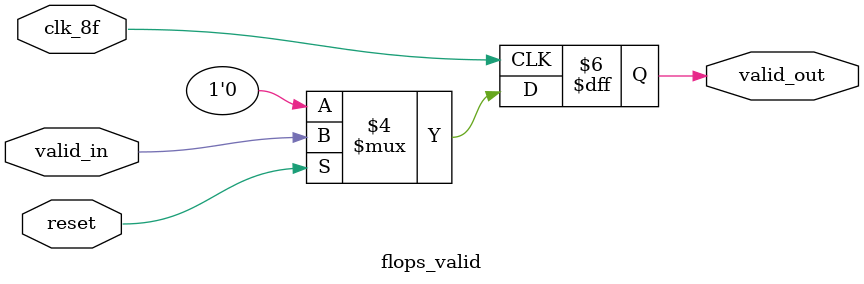
<source format=v>
module flops_valid (

                      input            valid_in,
                      output reg       valid_out,
                      input            clk_8f,
                      input            reset
                      );

   always @ (posedge clk_8f) begin
      if (!reset) begin
         valid_out <= 0;

      end else begin
         valid_out <=valid_in;
      end
   end

endmodule

</source>
